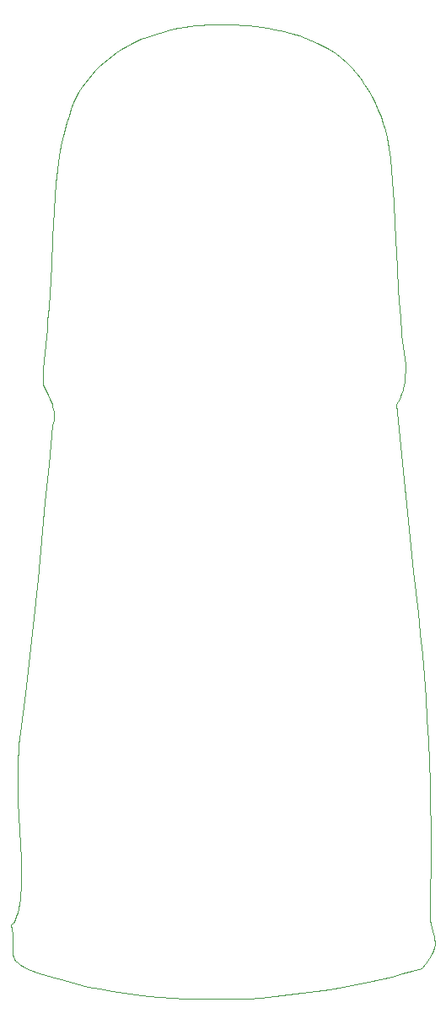
<source format=gbr>
%TF.GenerationSoftware,KiCad,Pcbnew,(6.0.1)*%
%TF.CreationDate,2022-06-23T18:30:01-05:00*%
%TF.ProjectId,lantern-lts,6c616e74-6572-46e2-9d6c-74732e6b6963,rev?*%
%TF.SameCoordinates,Original*%
%TF.FileFunction,Profile,NP*%
%FSLAX46Y46*%
G04 Gerber Fmt 4.6, Leading zero omitted, Abs format (unit mm)*
G04 Created by KiCad (PCBNEW (6.0.1)) date 2022-06-23 18:30:01*
%MOMM*%
%LPD*%
G01*
G04 APERTURE LIST*
%TA.AperFunction,Profile*%
%ADD10C,0.100000*%
%TD*%
G04 APERTURE END LIST*
D10*
X116658600Y-49894030D02*
X116121000Y-50070680D01*
X108042000Y-57482800D02*
X107819700Y-58141800D01*
X102164600Y-142371300D02*
X102216500Y-142588000D01*
X144140500Y-139293200D02*
X144082800Y-138886100D01*
X102906100Y-143387900D02*
X103243200Y-143588700D01*
X140242400Y-144555700D02*
X141310000Y-144282600D01*
X105770800Y-93083400D02*
X105399100Y-96934900D01*
X138851000Y-57542800D02*
X138556400Y-56880120D01*
X106283000Y-88682500D02*
X106234500Y-88955600D01*
X117751500Y-49590570D02*
X117202400Y-49734060D01*
X102965400Y-136270500D02*
X102917400Y-136784300D01*
X102160400Y-140274600D02*
X102184400Y-140660900D01*
X102216500Y-142588000D02*
X102307800Y-142794500D01*
X143290400Y-112266500D02*
X143088400Y-110145900D01*
X139119600Y-58219600D02*
X138851000Y-57542800D01*
X118861900Y-49352370D02*
X118305000Y-49463400D01*
X106000200Y-74594800D02*
X105918700Y-75978300D01*
X144107100Y-127300300D02*
X144053900Y-125150900D01*
X105289500Y-82769400D02*
X105225200Y-83574500D01*
X115590500Y-50264170D02*
X115068000Y-50474680D01*
X106234500Y-88955600D02*
X106157900Y-89233600D01*
X106157900Y-89233600D02*
X105770800Y-93083400D01*
X106498500Y-64895700D02*
X106378900Y-66272600D01*
X128452100Y-146554800D02*
X129844200Y-146407500D01*
X144376800Y-141981800D02*
X144487600Y-141658400D01*
X111284500Y-52792520D02*
X110874600Y-53164100D01*
X108497000Y-145284700D02*
X109705300Y-145565200D01*
X144521100Y-140817900D02*
X144463700Y-140550100D01*
X140994100Y-86587100D02*
X141119900Y-86313900D01*
X137884500Y-55605620D02*
X137505000Y-54997870D01*
X143767800Y-118690200D02*
X143630000Y-116541300D01*
X140765600Y-73381100D02*
X140552400Y-69012400D01*
X141537200Y-82541500D02*
X141473700Y-81938700D01*
X123334800Y-49024150D02*
X122226400Y-49015330D01*
X141396800Y-81333900D02*
X141232200Y-80123800D01*
X104280700Y-108488600D02*
X103875300Y-112335500D01*
X107114500Y-60811400D02*
X106858200Y-62163600D01*
X139932000Y-61395800D02*
X139780100Y-60314800D01*
X106237700Y-87631900D02*
X106280700Y-87889000D01*
X133277000Y-51114700D02*
X132700600Y-50835930D01*
X135670700Y-52811420D02*
X135127500Y-52336200D01*
X102687900Y-126965000D02*
X102755300Y-128426000D01*
X144387700Y-140273100D02*
X144216800Y-139653900D01*
X105372200Y-81961100D02*
X105289500Y-82769400D01*
X143088400Y-110145900D02*
X142864800Y-108040100D01*
X109414500Y-54839950D02*
X109098900Y-55307170D01*
X140274000Y-64651400D02*
X140176600Y-63564300D01*
X139780100Y-60314800D02*
X139583000Y-59607700D01*
X109705300Y-145565200D02*
X110914200Y-145812400D01*
X144487600Y-141658400D02*
X144542300Y-141362800D01*
X121856100Y-146825200D02*
X123083100Y-146834200D01*
X144216800Y-139653900D02*
X144140500Y-139293200D01*
X123334800Y-49024150D02*
X123334800Y-49024150D01*
X114554400Y-50702380D02*
X114050700Y-50947460D01*
X132114400Y-50579200D02*
X131519300Y-50344030D01*
X105190200Y-84374500D02*
X105195600Y-85167600D01*
X104872600Y-144227200D02*
X106080800Y-144617400D01*
X127170300Y-49259960D02*
X126532600Y-49179490D01*
X143615600Y-143212000D02*
X143950200Y-142749400D01*
X102143600Y-141893400D02*
X102143300Y-142141000D01*
X103015200Y-133943800D02*
X103015700Y-135157200D01*
X105686600Y-86140400D02*
X105912000Y-86630300D01*
X136179000Y-53317250D02*
X135670700Y-52811420D01*
X137505000Y-54997870D02*
X137095000Y-54412520D01*
X108804700Y-55794040D02*
X108533100Y-56300740D01*
X129065300Y-49609020D02*
X128437500Y-49474230D01*
X127805600Y-49358040D02*
X127170300Y-49259960D01*
X135127500Y-52336200D02*
X134548200Y-51893640D01*
X131237500Y-146234900D02*
X132622800Y-146039800D01*
X112151600Y-52104970D02*
X111710400Y-52439530D01*
X112123900Y-146028200D02*
X113334500Y-146214200D01*
X105667700Y-78729300D02*
X105621100Y-79533400D01*
X141511500Y-84904500D02*
X141574500Y-84323700D01*
X106165100Y-70429400D02*
X106063100Y-73207800D01*
X114050700Y-50947460D02*
X113557600Y-51210080D01*
X110914200Y-145812400D02*
X112123900Y-146028200D01*
X103663900Y-143796900D02*
X104872600Y-144227200D01*
X136653300Y-53851630D02*
X136179000Y-53317250D01*
X141228600Y-86037600D02*
X141321200Y-85758300D01*
X141398600Y-85476200D02*
X141511500Y-84904500D01*
X110106900Y-53963770D02*
X109750800Y-54392210D01*
X106655600Y-63525500D02*
X106498500Y-64895700D01*
X102644500Y-125505200D02*
X102687900Y-126965000D01*
X140850400Y-86857000D02*
X140994100Y-86587100D01*
X102184400Y-140660900D02*
X102186000Y-141012400D01*
X124612500Y-49038850D02*
X123972900Y-49023930D01*
X102767900Y-137715500D02*
X102663200Y-138128800D01*
X125709100Y-146762100D02*
X127070700Y-146674000D01*
X117202400Y-49734060D02*
X116658600Y-49894030D01*
X102852100Y-137266700D02*
X102767900Y-137715500D01*
X144111200Y-135805500D02*
X144141300Y-133698400D01*
X144141300Y-133698400D02*
X144150800Y-131576700D01*
X105195600Y-85167600D02*
X105686600Y-86140400D01*
X120544700Y-49114380D02*
X119982700Y-49178040D01*
X103437700Y-116178300D02*
X102958500Y-120015600D01*
X116121000Y-50070680D02*
X115590500Y-50264170D01*
X107265200Y-60139400D02*
X107114500Y-60811400D01*
X143630000Y-116541300D02*
X143470900Y-114399200D01*
X102663200Y-138128800D02*
X102536500Y-138504400D01*
X102104800Y-139850000D02*
X102160400Y-140274600D01*
X127070700Y-146674000D02*
X128452100Y-146554800D01*
X102755300Y-128426000D02*
X102912000Y-131283900D01*
X124376800Y-146816500D02*
X125709100Y-146762100D01*
X110481800Y-53554460D02*
X110106900Y-53963770D01*
X104663500Y-104638800D02*
X104280700Y-108488600D01*
X107819700Y-58141800D02*
X107616800Y-58804400D01*
X141530600Y-95502500D02*
X140687800Y-87123500D01*
X102860300Y-120649000D02*
X102782000Y-121301800D01*
X115759600Y-146503700D02*
X116974600Y-146610500D01*
X102211000Y-139133900D02*
X102009100Y-139383700D01*
X140063400Y-62479000D02*
X139932000Y-61395800D01*
X102307800Y-142794500D02*
X102447200Y-142994200D01*
X144150800Y-131576700D02*
X144139400Y-129443100D01*
X141473700Y-81938700D02*
X141396800Y-81333900D01*
X144139400Y-129443100D02*
X144107100Y-127300300D01*
X141067500Y-78328400D02*
X141063700Y-77740700D01*
X136636800Y-145347900D02*
X137896500Y-145091200D01*
X137095000Y-54412520D02*
X136653300Y-53851630D01*
X143470900Y-114399200D02*
X143290400Y-112266500D01*
X144542300Y-141362800D02*
X144550400Y-141085700D01*
X144060400Y-137895400D02*
X144111200Y-135805500D01*
X102156700Y-141625100D02*
X102143600Y-141893400D01*
X119421500Y-49257310D02*
X118861900Y-49352370D01*
X106288800Y-67654800D02*
X106220200Y-69040900D01*
X102637400Y-124063500D02*
X102644500Y-125505200D01*
X106220200Y-69040900D02*
X106165100Y-70429400D01*
X142294900Y-144009600D02*
X143187700Y-143739700D01*
X107432300Y-59470300D02*
X107265200Y-60139400D01*
X109750800Y-54392210D02*
X109414500Y-54839950D01*
X140894600Y-75563100D02*
X140765600Y-73381100D01*
X115068000Y-50474680D02*
X114554400Y-50702380D01*
X102912000Y-131283900D02*
X102976500Y-132647100D01*
X106858200Y-62163600D02*
X106655600Y-63525500D01*
X110874600Y-53164100D02*
X110481800Y-53554460D01*
X106063100Y-73207800D02*
X106000200Y-74594800D01*
X105399100Y-96934900D02*
X104663500Y-104638800D01*
X140552400Y-69012400D02*
X140430800Y-66829900D01*
X130305400Y-49936370D02*
X129688200Y-49762910D01*
X140687800Y-87123500D02*
X140850400Y-86857000D01*
X109098900Y-55307170D02*
X108804700Y-55794040D01*
X132622800Y-146039800D02*
X133990600Y-145825000D01*
X108284700Y-56827440D02*
X108042000Y-57482800D01*
X137896500Y-145091200D02*
X139101500Y-144826200D01*
X107616800Y-58804400D02*
X107432300Y-59470300D01*
X105225200Y-83574500D02*
X105190200Y-84374500D01*
X121667500Y-49033200D02*
X121106600Y-49066160D01*
X144200800Y-142342400D02*
X144376800Y-141981800D01*
X133990600Y-145825000D02*
X135331800Y-145593400D01*
X102643700Y-143190900D02*
X102906100Y-143387900D01*
X141321200Y-85758300D02*
X141398600Y-85476200D01*
X142619500Y-105951800D02*
X142352600Y-103883600D01*
X138556400Y-56880120D02*
X138234600Y-56233720D01*
X140430800Y-66829900D02*
X140274000Y-64651400D01*
X106378900Y-66272600D02*
X106288800Y-67654800D01*
X123083100Y-146834200D02*
X124376800Y-146816500D01*
X113557600Y-51210080D02*
X113076100Y-51490420D01*
X119410600Y-146757000D02*
X120632000Y-146800100D01*
X121106600Y-49066160D02*
X120544700Y-49114380D01*
X142864800Y-108040100D02*
X142619500Y-105951800D01*
X123972900Y-49023930D02*
X123334800Y-49024150D01*
X105912000Y-86630300D02*
X106101400Y-87126400D01*
X144550400Y-141085700D02*
X144521100Y-140817900D01*
X119982700Y-49178040D02*
X119421500Y-49257310D01*
X105918700Y-75978300D02*
X105810500Y-77357000D01*
X102917400Y-136784300D02*
X102852100Y-137266700D01*
X133931800Y-51485790D02*
X133277000Y-51114700D01*
X141574500Y-84323700D02*
X141594900Y-83735400D01*
X106305400Y-88413900D02*
X106283000Y-88682500D01*
X103875300Y-112335500D02*
X103437700Y-116178300D01*
X141594900Y-83735400D02*
X141580000Y-83140900D01*
X106080800Y-144617400D02*
X107288900Y-144969300D01*
X141159000Y-79521300D02*
X141101700Y-78922400D01*
X102958500Y-120015600D02*
X102860300Y-120649000D01*
X125252900Y-49069430D02*
X124612500Y-49038850D01*
X144053900Y-125150900D02*
X143979700Y-122997700D01*
X103243200Y-143588700D02*
X103663900Y-143796900D01*
X143187700Y-143739700D02*
X143615600Y-143212000D01*
X108533100Y-56300740D02*
X108284700Y-56827440D01*
X118191500Y-146694400D02*
X119410600Y-146757000D01*
X102447200Y-142994200D02*
X102643700Y-143190900D01*
X118305000Y-49463400D02*
X117751500Y-49590570D01*
X128437500Y-49474230D02*
X127805600Y-49358040D01*
X105621100Y-79533400D02*
X105549000Y-80341300D01*
X105549000Y-80341300D02*
X105372200Y-81961100D01*
X102143300Y-142141000D02*
X102164600Y-142371300D01*
X102386300Y-138840100D02*
X102211000Y-139133900D01*
X106177300Y-87377800D02*
X106237700Y-87631900D01*
X102009100Y-139383700D02*
X102104800Y-139850000D01*
X132700600Y-50835930D02*
X132114400Y-50579200D01*
X131519300Y-50344030D02*
X130916000Y-50129920D01*
X102186000Y-141012400D02*
X102156700Y-141625100D01*
X102679100Y-122656700D02*
X102637400Y-124063500D01*
X102976500Y-132647100D02*
X103015200Y-133943800D01*
X116974600Y-146610500D02*
X118191500Y-146694400D01*
X130916000Y-50129920D02*
X130305400Y-49936370D01*
X102536500Y-138504400D02*
X102386300Y-138840100D01*
X103015700Y-135157200D02*
X102997700Y-135727400D01*
X135331800Y-145593400D02*
X136636800Y-145347900D01*
X144082800Y-138886100D02*
X144053000Y-138423200D01*
X112607200Y-51788660D02*
X112151600Y-52104970D01*
X105810500Y-77357000D02*
X105667700Y-78729300D01*
X106101400Y-87126400D02*
X106177300Y-87377800D01*
X123334800Y-49024150D02*
X123334800Y-49024150D01*
X143979700Y-122997700D02*
X143884300Y-120843200D01*
X144053000Y-138423200D02*
X144060400Y-137895400D01*
X141101700Y-78922400D02*
X141067500Y-78328400D01*
X140176600Y-63564300D02*
X140063400Y-62479000D01*
X139101500Y-144826200D02*
X140242400Y-144555700D01*
X129688200Y-49762910D02*
X129065300Y-49609020D01*
X102722100Y-121971700D02*
X102679100Y-122656700D01*
X111710400Y-52439530D02*
X111284500Y-52792520D01*
X144463700Y-140550100D02*
X144387700Y-140273100D01*
X102997700Y-135727400D02*
X102965400Y-136270500D01*
X120632000Y-146800100D02*
X121856100Y-146825200D01*
X125893200Y-49116140D02*
X125252900Y-49069430D01*
X113334500Y-146214200D02*
X114546300Y-146372100D01*
X138234600Y-56233720D02*
X137884500Y-55605620D01*
X134548200Y-51893640D02*
X133931800Y-51485790D01*
X142352600Y-103883600D02*
X141530600Y-95502500D01*
X141310000Y-144282600D02*
X142294900Y-144009600D01*
X114546300Y-146372100D02*
X115759600Y-146503700D01*
X107288900Y-144969300D02*
X108497000Y-145284700D01*
X141063700Y-77740700D02*
X140894600Y-75563100D01*
X102782000Y-121301800D02*
X102722100Y-121971700D01*
X141119900Y-86313900D02*
X141228600Y-86037600D01*
X106280700Y-87889000D02*
X106303900Y-88149600D01*
X143884300Y-120843200D02*
X143767800Y-118690200D01*
X106303900Y-88149600D02*
X106305400Y-88413900D01*
X113076100Y-51490420D02*
X112607200Y-51788660D01*
X122226400Y-49015330D02*
X121667500Y-49033200D01*
X139583000Y-59607700D02*
X139363200Y-58908600D01*
X126532600Y-49179490D02*
X125893200Y-49116140D01*
X129844200Y-146407500D02*
X131237500Y-146234900D01*
X141232200Y-80123800D02*
X141159000Y-79521300D01*
X143950200Y-142749400D02*
X144200800Y-142342400D01*
X141580000Y-83140900D02*
X141537200Y-82541500D01*
X139363200Y-58908600D02*
X139119600Y-58219600D01*
M02*

</source>
